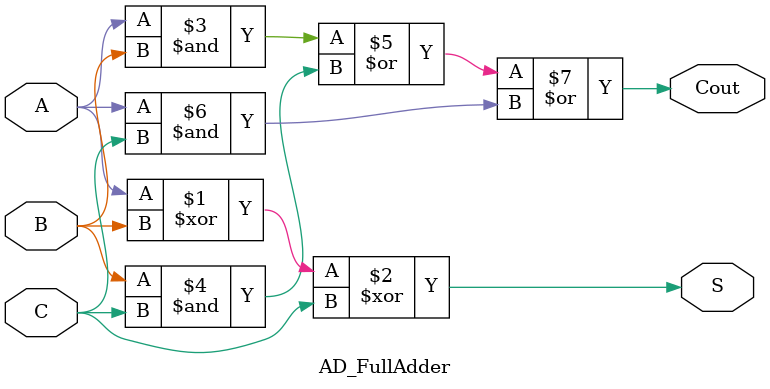
<source format=v>
module AD_FullAdder
(
	input A, 
	input B,
	input C,
	output S,
	output Cout
);

assign S = (A ^ B ^ C);
assign Cout = (A & B) | (B & C) | (A & C);

endmodule

</source>
